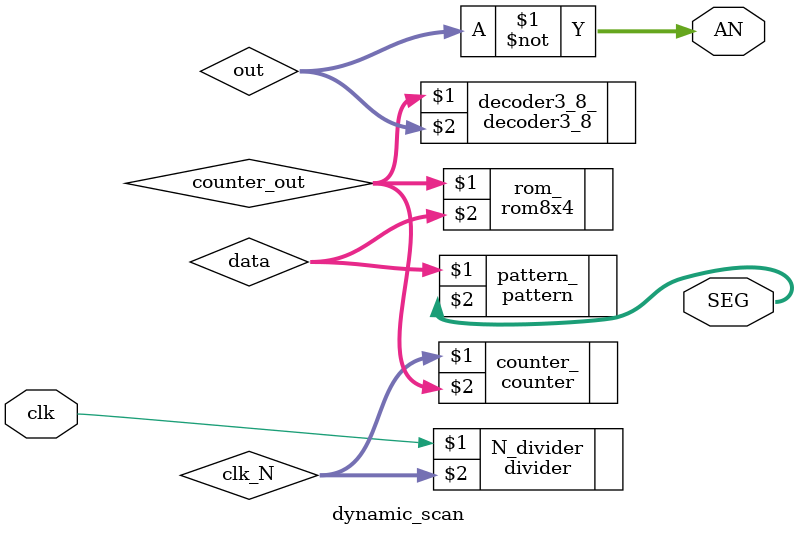
<source format=v>
`timescale 1ns / 1ps
`include "divider.v"
`include "counter.v"
`include "lab3_4.v"
`include "lab3_5.v"

module dynamic_scan(clk,SEG,AN);
    input clk;          // ????
    output [7:0] SEG;   
    output [7:0] AN;   
    // ????
    wire [2:0] clk_N;
    wire [2:0] counter_out;
    wire [3:0] data;
    wire [7:0] out;
    divider N_divider(clk,clk_N);
    counter counter_(clk_N,counter_out);
    rom8x4  rom_(counter_out,data);
    pattern pattern_(data,SEG);
    decoder3_8 decoder3_8_(counter_out,out); 
    assign AN=~out;
endmodule




// ???? CA?CB?CC?CD?CE?CF?CG ?DP















</source>
